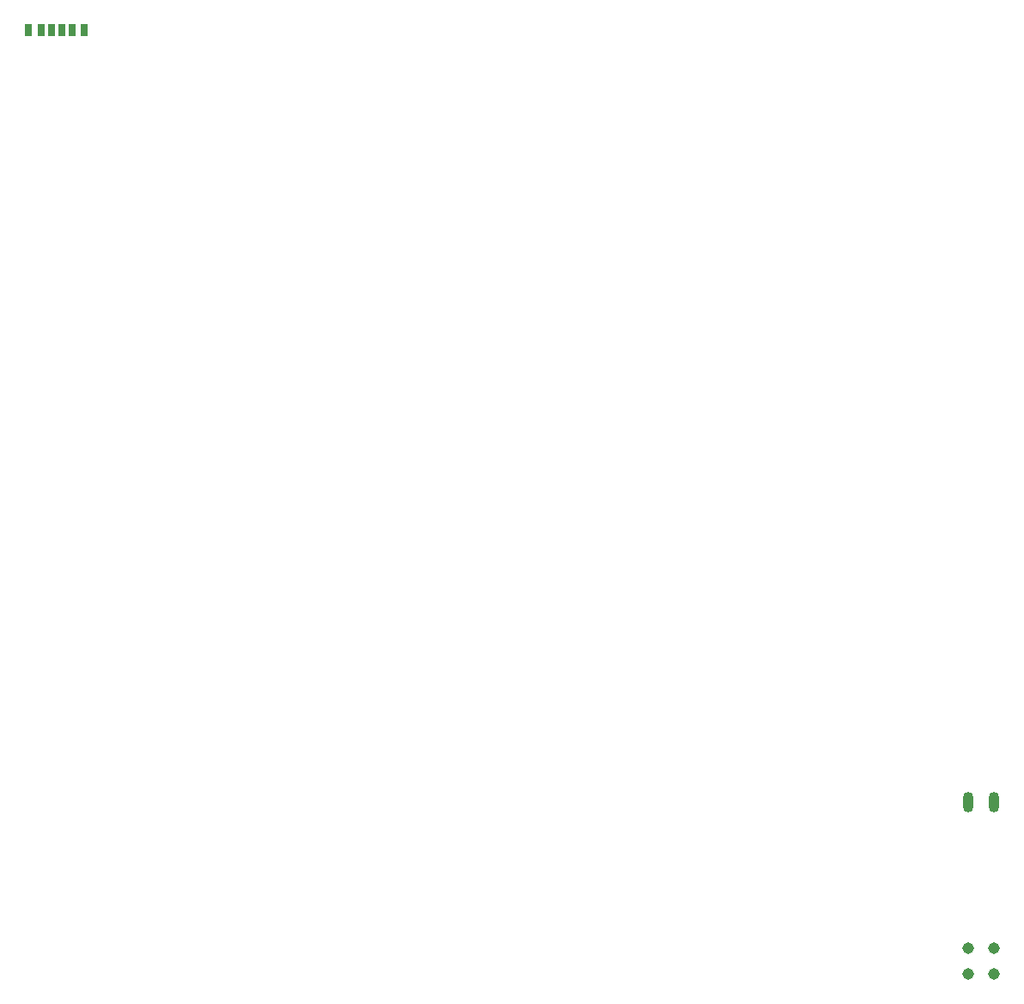
<source format=gtp>
%TF.GenerationSoftware,KiCad,Pcbnew,(6.0.1)*%
%TF.CreationDate,2022-05-08T14:53:19-04:00*%
%TF.ProjectId,InductorSchem,496e6475-6374-46f7-9253-6368656d2e6b,1*%
%TF.SameCoordinates,Original*%
%TF.FileFunction,Paste,Top*%
%TF.FilePolarity,Positive*%
%FSLAX46Y46*%
G04 Gerber Fmt 4.6, Leading zero omitted, Abs format (unit mm)*
G04 Created by KiCad (PCBNEW (6.0.1)) date 2022-05-08 14:53:19*
%MOMM*%
%LPD*%
G01*
G04 APERTURE LIST*
%ADD10R,0.700000X1.200000*%
%ADD11R,0.760000X1.200000*%
%ADD12R,0.800000X1.200000*%
%ADD13O,1.016000X2.032000*%
%ADD14C,1.143000*%
G04 APERTURE END LIST*
D10*
%TO.C,J1*%
X184000000Y-101582500D03*
D11*
X181980000Y-101582500D03*
D12*
X180750000Y-101582500D03*
D10*
X183000000Y-101582500D03*
D11*
X185020000Y-101582500D03*
D12*
X186250000Y-101582500D03*
%TD*%
D13*
%TO.C,U1*%
X275914410Y-177681690D03*
X273364410Y-177681690D03*
D14*
X275915607Y-194685877D03*
X273375607Y-194685877D03*
X275915607Y-192145877D03*
X273375607Y-192145877D03*
%TD*%
M02*

</source>
